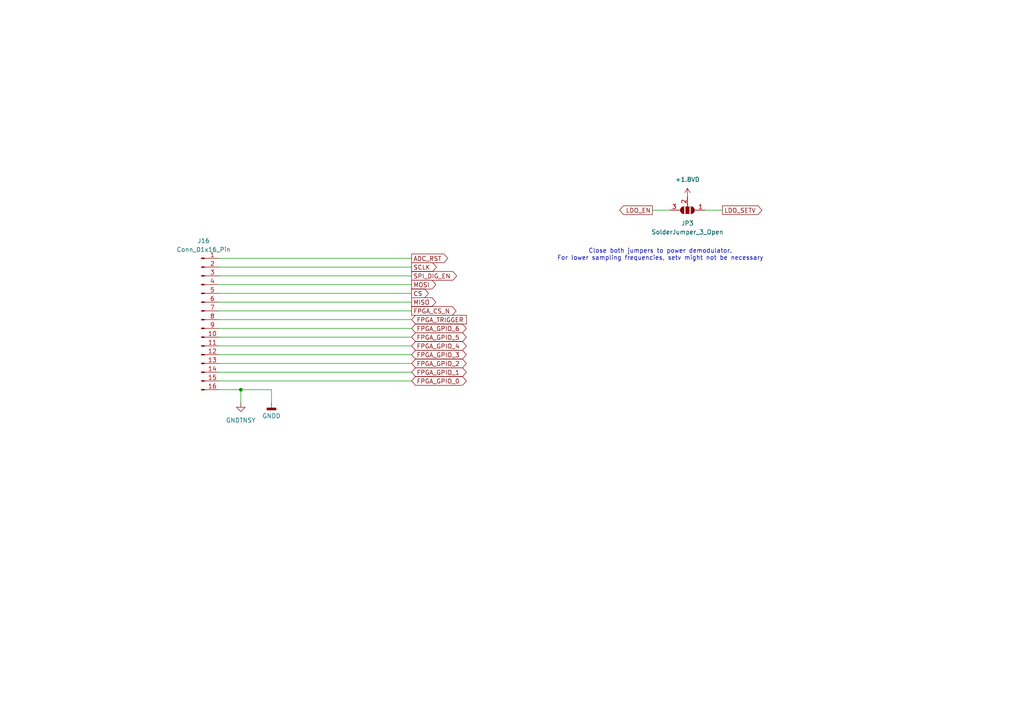
<source format=kicad_sch>
(kicad_sch (version 20231120) (generator "eeschema") (generator_version "8.0")
  (paper "A4")
  (title_block (title "Streamoscope") (date "2024-08-11") (rev "4") (company "Massachusetts Institute of Technology"))
  (lib_symbols
    (symbol "Connector:Conn_01x16_Pin" (pin_names (offset 1.016) hide)
      (property "Reference" "J" (at 0 20.32 0))
      (property "Value" "Conn_01x16_Pin" (at 0 -22.86 0))
      (symbol "Conn_01x16_Pin_1_1"
        (polyline (pts (xy 1.27 -20.32) (xy 0.8636 -20.32)) (stroke (width 0.1524)))
        (polyline (pts (xy 1.27 -17.78) (xy 0.8636 -17.78)) (stroke (width 0.1524)))
        (polyline (pts (xy 1.27 -15.24) (xy 0.8636 -15.24)) (stroke (width 0.1524)))
        (polyline (pts (xy 1.27 -12.7) (xy 0.8636 -12.7)) (stroke (width 0.1524)))
        (polyline (pts (xy 1.27 -10.16) (xy 0.8636 -10.16)) (stroke (width 0.1524)))
        (polyline (pts (xy 1.27 -7.62) (xy 0.8636 -7.62)) (stroke (width 0.1524)))
        (polyline (pts (xy 1.27 -5.08) (xy 0.8636 -5.08)) (stroke (width 0.1524)))
        (polyline (pts (xy 1.27 -2.54) (xy 0.8636 -2.54)) (stroke (width 0.1524)))
        (polyline (pts (xy 1.27 0) (xy 0.8636 0)) (stroke (width 0.1524)))
        (polyline (pts (xy 1.27 2.54) (xy 0.8636 2.54)) (stroke (width 0.1524)))
        (polyline (pts (xy 1.27 5.08) (xy 0.8636 5.08)) (stroke (width 0.1524)))
        (polyline (pts (xy 1.27 7.62) (xy 0.8636 7.62)) (stroke (width 0.1524)))
        (polyline (pts (xy 1.27 10.16) (xy 0.8636 10.16)) (stroke (width 0.1524)))
        (polyline (pts (xy 1.27 12.7) (xy 0.8636 12.7)) (stroke (width 0.1524)))
        (polyline (pts (xy 1.27 15.24) (xy 0.8636 15.24)) (stroke (width 0.1524)))
        (polyline (pts (xy 1.27 17.78) (xy 0.8636 17.78)) (stroke (width 0.1524)))
        (rectangle (start 0.8636 -20.193) (end 0 -20.447) (stroke (width 0.1524)) (fill (type outline)))
        (rectangle (start 0.8636 -17.653) (end 0 -17.907) (stroke (width 0.1524)) (fill (type outline)))
        (rectangle (start 0.8636 -15.113) (end 0 -15.367) (stroke (width 0.1524)) (fill (type outline)))
        (rectangle (start 0.8636 -12.573) (end 0 -12.827) (stroke (width 0.1524)) (fill (type outline)))
        (rectangle (start 0.8636 -10.033) (end 0 -10.287) (stroke (width 0.1524)) (fill (type outline)))
        (rectangle (start 0.8636 -7.493) (end 0 -7.747) (stroke (width 0.1524)) (fill (type outline)))
        (rectangle (start 0.8636 -4.953) (end 0 -5.207) (stroke (width 0.1524)) (fill (type outline)))
        (rectangle (start 0.8636 -2.413) (end 0 -2.667) (stroke (width 0.1524)) (fill (type outline)))
        (rectangle (start 0.8636 0.127) (end 0 -0.127) (stroke (width 0.1524)) (fill (type outline)))
        (rectangle (start 0.8636 2.667) (end 0 2.413) (stroke (width 0.1524)) (fill (type outline)))
        (rectangle (start 0.8636 5.207) (end 0 4.953) (stroke (width 0.1524)) (fill (type outline)))
        (rectangle (start 0.8636 7.747) (end 0 7.493) (stroke (width 0.1524)) (fill (type outline)))
        (rectangle (start 0.8636 10.287) (end 0 10.033) (stroke (width 0.1524)) (fill (type outline)))
        (rectangle (start 0.8636 12.827) (end 0 12.573) (stroke (width 0.1524)) (fill (type outline)))
        (rectangle (start 0.8636 15.367) (end 0 15.113) (stroke (width 0.1524)) (fill (type outline)))
        (rectangle (start 0.8636 17.907) (end 0 17.653) (stroke (width 0.1524)) (fill (type outline)))
        (pin passive line (at 5.08 17.78 180) (length 3.81) (name "Pin_1") (number "1"))
        (pin passive line (at 5.08 -5.08 180) (length 3.81) (name "Pin_10") (number "10"))
        (pin passive line (at 5.08 -7.62 180) (length 3.81) (name "Pin_11") (number "11"))
        (pin passive line (at 5.08 -10.16 180) (length 3.81) (name "Pin_12") (number "12"))
        (pin passive line (at 5.08 -12.7 180) (length 3.81) (name "Pin_13") (number "13"))
        (pin passive line (at 5.08 -15.24 180) (length 3.81) (name "Pin_14") (number "14"))
        (pin passive line (at 5.08 -17.78 180) (length 3.81) (name "Pin_15") (number "15"))
        (pin passive line (at 5.08 -20.32 180) (length 3.81) (name "Pin_16") (number "16"))
        (pin passive line (at 5.08 15.24 180) (length 3.81) (name "Pin_2") (number "2"))
        (pin passive line (at 5.08 12.7 180) (length 3.81) (name "Pin_3") (number "3"))
        (pin passive line (at 5.08 10.16 180) (length 3.81) (name "Pin_4") (number "4"))
        (pin passive line (at 5.08 7.62 180) (length 3.81) (name "Pin_5") (number "5"))
        (pin passive line (at 5.08 5.08 180) (length 3.81) (name "Pin_6") (number "6"))
        (pin passive line (at 5.08 2.54 180) (length 3.81) (name "Pin_7") (number "7"))
        (pin passive line (at 5.08 0 180) (length 3.81) (name "Pin_8") (number "8"))
        (pin passive line (at 5.08 -2.54 180) (length 3.81) (name "Pin_9") (number "9"))
      )
    )
    (symbol "Jumper:SolderJumper_3_Open" (pin_names (offset 0) hide) (exclude_from_sim yes) (in_bom no)
      (property "Reference" "JP" (at -2.54 -2.54 0))
      (property "Value" "SolderJumper_3_Open" (at 0 2.794 0))
      (symbol "SolderJumper_3_Open_0_1"
        (arc (start -1.016 1.016) (mid -2.0276 0) (end -1.016 -1.016))
        (arc (start -1.016 1.016) (mid -2.0276 0) (end -1.016 -1.016) (fill (type outline)))
        (rectangle (start -0.508 1.016) (end 0.508 -1.016) (fill (type outline)))
        (polyline (pts (xy -2.54 0) (xy -2.032 0)))
        (polyline (pts (xy -1.016 1.016) (xy -1.016 -1.016)))
        (polyline (pts (xy 0 -1.27) (xy 0 -1.016)))
        (polyline (pts (xy 1.016 1.016) (xy 1.016 -1.016)))
        (polyline (pts (xy 2.54 0) (xy 2.032 0)))
        (arc (start 1.016 -1.016) (mid 2.0276 0) (end 1.016 1.016))
        (arc (start 1.016 -1.016) (mid 2.0276 0) (end 1.016 1.016) (fill (type outline)))
      )
      (symbol "SolderJumper_3_Open_1_1"
        (pin passive line (at -5.08 0 0) (length 2.54) (name "A") (number "1"))
        (pin passive line (at 0 -3.81 90) (length 2.54) (name "C") (number "2"))
        (pin passive line (at 5.08 0 180) (length 2.54) (name "B") (number "3"))
      )
    )
    (symbol "handheld_mri:+1.8VD" (power) (pin_names (offset 0))
      (property "Value" "+1.8VD" (at 0 3.556 0))
      (symbol "+1.8VD_0_1"
        (polyline (pts (xy -0.762 1.27) (xy 0 2.54)))
        (polyline (pts (xy 0 0) (xy 0 2.54)))
        (polyline (pts (xy 0 2.54) (xy 0.762 1.27)))
      )
      (symbol "+1.8VD_1_1"
        (pin power_in line (at 0 0 90) (length 0) hide (name "+1.8VD") (number "1"))
      )
    )
    (symbol "power:GND3" (power) (pin_numbers hide) (pin_names (offset 0) hide)
      (property "Value" "GND3" (at 0 -3.81 0))
      (symbol "GND3_0_1"
        (polyline (pts (xy 0 0) (xy 0 -1.27) (xy 1.27 -1.27) (xy 0 -2.54) (xy -1.27 -1.27) (xy 0 -1.27)))
      )
      (symbol "GND3_1_1"
        (pin power_in line (at 0 0 270) (length 0) (name "~") (number "1"))
      )
    )
    (symbol "power:GNDD" (power) (pin_numbers hide) (pin_names (offset 0) hide)
      (property "Value" "GNDD" (at 0 -3.175 0))
      (symbol "GNDD_0_1"
        (rectangle (start -1.27 -1.524) (end 1.27 -2.032) (stroke (width 0.254)) (fill (type outline)))
        (polyline (pts (xy 0 0) (xy 0 -1.524)))
      )
      (symbol "GNDD_1_1"
        (pin power_in line (at 0 0 270) (length 0) (name "~") (number "1"))
      )
    )
  )
  (junction (at 69.85 113.03))
  (wire (pts (xy 63.5 80.01) (xy 119.38 80.01)))
  (wire (pts (xy 63.5 82.55) (xy 119.38 82.55)))
  (wire (pts (xy 69.85 113.03) (xy 78.74 113.03)))
  (wire (pts (xy 63.5 87.63) (xy 119.38 87.63)))
  (wire (pts (xy 63.5 92.71) (xy 119.38 92.71)))
  (wire (pts (xy 63.5 97.79) (xy 119.38 97.79)))
  (wire (pts (xy 63.5 113.03) (xy 69.85 113.03)))
  (wire (pts (xy 63.5 77.47) (xy 119.38 77.47)))
  (wire (pts (xy 209.55 60.96) (xy 204.47 60.96)))
  (wire (pts (xy 63.5 105.41) (xy 119.38 105.41)))
  (wire (pts (xy 63.5 107.95) (xy 119.38 107.95)))
  (wire (pts (xy 63.5 102.87) (xy 119.38 102.87)))
  (wire (pts (xy 63.5 90.17) (xy 119.38 90.17)))
  (wire (pts (xy 63.5 110.49) (xy 119.38 110.49)))
  (wire (pts (xy 78.74 113.03) (xy 78.74 116.84)))
  (wire (pts (xy 63.5 100.33) (xy 119.38 100.33)))
  (wire (pts (xy 63.5 85.09) (xy 119.38 85.09)))
  (wire (pts (xy 63.5 74.93) (xy 119.38 74.93)))
  (wire (pts (xy 69.85 113.03) (xy 69.85 116.84)))
  (wire (pts (xy 63.5 95.25) (xy 119.38 95.25)))
  (wire (pts (xy 189.23 60.96) (xy 194.31 60.96)))
  (text "Close both jumpers to power demodulator.\nFor lower sampling frequencies, setv might not be necessary\n" (at 191.516 73.914 0) (effects (font (size 1.27 1.27))))
  (global_label "MOSI" (shape output) (at 119.38 82.55 0) (property "Intersheetrefs" "${INTERSHEET_REFS}" (effects (hide yes))))
  (global_label "FPGA_GPIO_6" (shape bidirectional) (at 119.38 95.25 0) (property "Intersheetrefs" "${INTERSHEET_REFS}" (effects (hide yes))))
  (global_label "FPGA_GPIO_3" (shape bidirectional) (at 119.38 102.87 0) (property "Intersheetrefs" "${INTERSHEET_REFS}" (effects (hide yes))))
  (global_label "FPGA_TRIGGER" (shape input) (at 119.38 92.71 0) (property "Intersheetrefs" "${INTERSHEET_REFS}" (effects (hide yes))))
  (global_label "FPGA_GPIO_4" (shape bidirectional) (at 119.38 100.33 0) (property "Intersheetrefs" "${INTERSHEET_REFS}" (effects (hide yes))))
  (global_label "FPGA_CS_N" (shape output) (at 119.38 90.17 0) (property "Intersheetrefs" "${INTERSHEET_REFS}" (effects (hide yes))))
  (global_label "FPGA_GPIO_0" (shape bidirectional) (at 119.38 110.49 0) (property "Intersheetrefs" "${INTERSHEET_REFS}" (effects (hide yes))))
  (global_label "LDO_SETV" (shape output) (at 209.55 60.96 0) (property "Intersheetrefs" "${INTERSHEET_REFS}" (effects (hide yes))))
  (global_label "FPGA_GPIO_5" (shape bidirectional) (at 119.38 97.79 0) (property "Intersheetrefs" "${INTERSHEET_REFS}" (effects (hide yes))))
  (global_label "MISO" (shape output) (at 119.38 87.63 0) (property "Intersheetrefs" "${INTERSHEET_REFS}" (effects (hide yes))))
  (global_label "FPGA_GPIO_1" (shape bidirectional) (at 119.38 107.95 0) (property "Intersheetrefs" "${INTERSHEET_REFS}" (effects (hide yes))))
  (global_label "LDO_EN" (shape output) (at 189.23 60.96 180) (property "Intersheetrefs" "${INTERSHEET_REFS}" (effects (hide yes))))
  (global_label "SPI_DIG_EN" (shape output) (at 119.38 80.01 0) (property "Intersheetrefs" "${INTERSHEET_REFS}" (effects (hide yes))))
  (global_label "SCLK" (shape output) (at 119.38 77.47 0) (property "Intersheetrefs" "${INTERSHEET_REFS}" (effects (hide yes))))
  (global_label "ADC_RST" (shape output) (at 119.38 74.93 0) (property "Intersheetrefs" "${INTERSHEET_REFS}" (effects (hide yes))))
  (global_label "FPGA_GPIO_2" (shape bidirectional) (at 119.38 105.41 0) (property "Intersheetrefs" "${INTERSHEET_REFS}" (effects (hide yes))))
  (global_label "CS" (shape output) (at 119.38 85.09 0) (property "Intersheetrefs" "${INTERSHEET_REFS}" (effects (hide yes))))
  (symbol (lib_id "Connector:Conn_01x16_Pin") (at 58.42 92.71 0) (unit 1)
    (property "Reference" "J16" (at 59.055 69.85 0))
    (property "Value" "Conn_01x16_Pin" (at 59.055 72.39 0))
    (property "Footprint" "Connector_PinHeader_2.54mm:PinHeader_1x16_P2.54mm_Vertical" (effects (hide yes)))
    (property "Description" "Generic connector, single row, 01x16, script generated" (effects (hide yes)))
  )
  (symbol (lib_id "Jumper:SolderJumper_3_Open") (at 199.39 60.96 180) (unit 1) (exclude_from_sim yes) (in_bom no)
    (property "Reference" "JP3" (at 199.39 64.77 0))
    (property "Value" "SolderJumper_3_Open" (at 199.39 67.31 0))
    (property "Footprint" "Jumper:SolderJumper-3_P1.3mm_Open_Pad1.0x1.5mm" (effects (hide yes)))
    (property "Description" "Solder Jumper, 3-pole, open" (effects (hide yes)))
  )
  (symbol (lib_id "handheld_mri:+1.8VD") (at 199.39 57.15 0) (unit 1)
    (property "Reference" "#PWR096" (effects (hide yes)))
    (property "Value" "+1.8VD" (at 199.39 52.07 0))
    (property "Description" "Power symbol creates a global label with name \"+1.8VD\"" (effects (hide yes)))
  )
  (symbol (lib_id "power:GND3") (at 69.85 116.84 0) (unit 1)
    (property "Reference" "#PWR012" (effects (hide yes)))
    (property "Value" "GNDTNSY" (at 69.85 121.92 0))
    (property "Description" "Power symbol creates a global label with name \"GND3\" , ground" (effects (hide yes)))
  )
  (symbol (lib_id "power:GNDD") (at 78.74 116.84 0) (unit 1)
    (property "Reference" "#PWR020" (effects (hide yes)))
    (property "Value" "GNDD" (at 78.74 120.65 0))
    (property "Description" "Power symbol creates a global label with name \"GNDD\" , digital ground" (effects (hide yes)))
  )
)
</source>
